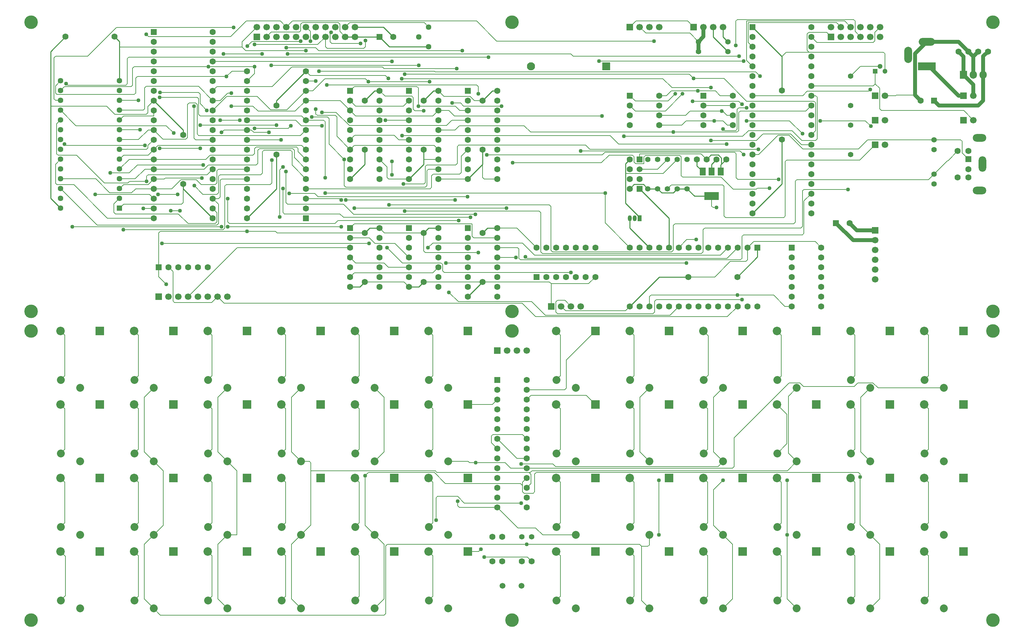
<source format=gbr>
%TF.GenerationSoftware,Novarm,DipTrace,4.3.0.4*%
%TF.CreationDate,2023-07-28T17:07:57+01:00*%
%FSLAX26Y26*%
%MOIN*%
%TF.FileFunction,Copper,L1,Top*%
%TF.Part,Single*%
%TA.AperFunction,Conductor*%
%ADD13C,0.009843*%
%ADD14C,0.007874*%
%ADD15C,0.03937*%
%TA.AperFunction,ComponentPad*%
%ADD20C,0.055118*%
%ADD21C,0.055118*%
%ADD23C,0.08*%
%ADD24R,0.062992X0.062992*%
%ADD25C,0.062992*%
%ADD26C,0.062992*%
%ADD27C,0.06*%
%ADD28C,0.059055*%
%ADD29C,0.137795*%
%ADD30R,0.051181X0.051181*%
%ADD31C,0.051181*%
%ADD32R,0.066929X0.066929*%
%ADD33C,0.066929*%
%ADD34R,0.056693X0.056693*%
%ADD35C,0.056693*%
%ADD36O,0.137795X0.07874*%
%ADD37O,0.07874X0.15748*%
%ADD38C,0.066929*%
%ADD39R,0.181102X0.07874*%
%ADD40O,0.165354X0.07874*%
%ADD41O,0.07874X0.165354*%
%ADD42R,0.075X0.07874*%
%ADD43O,0.075X0.07874*%
%ADD44R,0.041339X0.059055*%
%ADD45O,0.041339X0.059055*%
%ADD46R,0.082677X0.082677*%
%ADD47C,0.082677*%
%ADD48C,0.056693*%
%ADD49R,0.059055X0.07874*%
%ADD50R,0.149606X0.07874*%
%TA.AperFunction,ComponentPad*%
%ADD51R,0.086614X0.086614*%
%ADD52C,0.086614*%
%TA.AperFunction,ViaPad*%
%ADD53C,0.04*%
%TA.AperFunction,ComponentPad*%
%ADD122C,0.03937*%
G75*
G01*
%LPD*%
X7427953Y4819685D2*
D13*
X7251969D1*
X7177953Y4893701D1*
X7427953Y5067717D2*
Y5143701D1*
X7477953Y5193701D1*
X6777953Y4893701D2*
X6733661Y4937992D1*
X6637992D1*
X6593701Y4893701D1*
X6877953D2*
X6777953D1*
X7077953D2*
X7037598Y4853346D1*
X6918307D1*
X6877953Y4893701D1*
X7177953D2*
X7077953D1*
X7427953Y4819685D2*
D14*
Y4717004D1*
X7443701Y4701256D1*
X7477953D1*
X7293701Y6293701D2*
D15*
Y6393701D1*
X4644094Y5893504D2*
D13*
X4593504D1*
X4493701Y5793701D1*
X793701Y4694094D2*
X693701Y4794094D1*
Y5734252D1*
Y6293307D1*
X844488Y6444094D1*
X8693701Y4543701D2*
D15*
X8868701Y4368701D1*
X9093701D1*
X2993504Y5243701D2*
D13*
Y4893504D1*
X2693701Y4593701D1*
X5244094Y5893504D2*
X5193504D1*
X5093701Y5793701D1*
X4643307Y4493504D2*
X4543504D1*
X4493701Y4443701D1*
X4543701Y6343701D2*
X4143701D1*
X4043701Y6443701D1*
X9693701Y5793701D2*
D15*
X9743701Y5743701D1*
X10143701D1*
X10193701Y5793701D1*
Y6056496D1*
X7277953Y5193701D2*
D13*
Y5127165D1*
X7337402Y5067717D1*
X2043504Y5442913D2*
Y5493701D1*
X1743504Y5793701D1*
X4043701Y5893701D2*
X3993701D1*
X3893701Y5793701D1*
X4043701Y4493701D2*
X3943701D1*
X3893701Y4443701D1*
X5243307Y4493504D2*
X5143504D1*
X5093701Y4443701D1*
X7188976Y3993701D2*
X6893701D1*
X6593701Y3693701D1*
X8143701Y5394488D2*
Y4943701D1*
X7843504Y4643504D1*
X7293701Y6393701D2*
D15*
X7344094Y6444094D1*
Y6543701D1*
X4043701Y6443701D2*
D13*
X3693701D1*
X10193701Y6056496D2*
D15*
Y6245276D1*
X10242126Y6293701D1*
X7188976Y3993701D2*
D14*
X7458224D1*
X7616689Y4152165D1*
X7777953D1*
X7793701Y4167913D1*
Y4293701D1*
X4043701Y4493701D2*
X4093701Y4443701D1*
X4493701D1*
X4043701Y5893701D2*
X4098425Y5838976D1*
X4371654D1*
X4387402Y5823228D1*
Y5704685D1*
X4403150Y5688937D1*
X4493701D1*
X5643701Y4293701D2*
X5443898Y4493504D1*
X5243307D1*
X1743504Y5793701D2*
X1682480Y5732677D1*
Y5668504D1*
X1666732Y5652756D1*
X1346157D1*
X1264661Y5734252D1*
X693701D1*
X4644094Y5893504D2*
X4700787Y5836811D1*
X4965846D1*
X5008957Y5793701D1*
X5093701D1*
X9143701Y6143701D2*
X8943701D1*
X8843701Y6043701D1*
X7293701Y6393701D2*
X7204728Y6482673D1*
X6754728D1*
X6693701Y6543701D1*
X3893701Y4443701D2*
X2999751D1*
X2984004Y4459449D1*
X2693705D1*
X5893701Y3693701D2*
X5938980Y3648421D1*
X6548421D1*
X6593701Y3693701D1*
X3693701Y6443701D2*
X3638976Y6498425D1*
Y6573228D1*
X3623228Y6588976D1*
X3256693D1*
X3240945Y6573228D1*
Y6506693D1*
X3225197Y6490945D1*
X2940945D1*
X2893701Y6443701D1*
X2216886Y5541260D2*
X2993508D1*
X7644094Y5843307D2*
X7514593D1*
X7465382Y5892520D1*
X7284720D1*
X7793701Y4293701D2*
X7854728Y4354728D1*
X8482673D1*
X8543701Y4293701D1*
X4493701Y4443701D2*
Y4258787D1*
X4509449Y4243039D1*
X5049921D1*
X1793701Y4093701D2*
Y3996738D1*
X1870193Y3920244D1*
X2693705Y4459449D2*
X1809449D1*
X1793701Y4443701D1*
Y4093701D1*
X7284720Y5892520D2*
X7015634D1*
X6966421Y5843307D1*
X6894094D1*
X9943701Y6293701D2*
D15*
X9993701Y6243701D1*
Y6056496D1*
X10093701Y5956496D1*
Y5843701D1*
X1666413Y6468819D2*
D14*
X1690155Y6445079D1*
X2526276D1*
X2685921Y6604724D1*
X3032677D1*
X3093701Y6543701D1*
X1393701Y5594094D2*
X1436614Y5637008D1*
X1743504D1*
Y5693701D1*
X3093701Y6543701D2*
X3154724Y6604724D1*
X5031823D1*
X5236154Y6400394D1*
X6838980D1*
X2914937Y5468819D2*
X2761892D1*
X2737010Y5493701D1*
X2693701D1*
X1802874Y5304567D2*
X2216890D1*
X1743504Y4693701D2*
X1636886D1*
X5018110Y4632445D2*
X3780268D1*
X3675705Y4737008D1*
X3105669D1*
X3089921Y4752756D1*
Y5068819D1*
X2693701Y5493701D2*
X2459252D1*
X2434370Y5468819D1*
X833457Y5350394D2*
X846841Y5337008D1*
X1652394D1*
X1743504Y4593701D2*
X1268622D1*
X928071Y4934252D1*
X757677D1*
X741929Y4950000D1*
Y5142323D1*
X793701Y5194094D1*
X3293701Y4893701D2*
X4558214D1*
X4573962Y4909449D1*
Y5025982D1*
X4589713Y5041732D1*
X4860954D1*
X4876702Y5057480D1*
Y5226112D1*
X4944094Y5293504D1*
X2343504Y4693701D2*
X2386811Y4650394D1*
Y4554252D1*
X2371063Y4538504D1*
X2091772D1*
X1993268Y4637008D1*
X1353543D1*
X1337795Y4652756D1*
Y4738189D1*
X1393701Y4794094D1*
X2693701Y4993701D2*
X2434056D1*
X2418307Y4977953D1*
Y4809449D1*
X2402559Y4793701D1*
X2343504D1*
X2497992D2*
Y4554567D1*
X2513740Y4538819D1*
X3590508D1*
X3620512Y4568823D1*
X4850843D1*
X2343504Y4793701D2*
X2402559Y4734646D1*
Y4538504D1*
X2386811Y4522756D1*
X1165039D1*
X793701Y4894094D1*
X3700945Y4780000D2*
X4813858D1*
X911980Y4507008D2*
X2434370D1*
X2497992D2*
X3653071D1*
Y4780000D2*
X3647016Y4793701D1*
X3293701D1*
X3653071Y4780000D2*
X3647016Y4786055D1*
Y4793701D1*
X3457319Y5673071D2*
X3601223D1*
X3735319Y5538976D1*
X4725492D1*
X4780020Y5593504D1*
X4944094D1*
X2693701Y5593701D2*
X3188587D1*
X3245280Y5537008D1*
X3457319D1*
X3489130Y5005197D2*
Y5577949D1*
X3473378Y5593701D1*
X3293701D1*
X3489130Y4850394D2*
X6343071D1*
X7752634Y6196850D2*
X6279449D1*
X1603114Y5494094D2*
X1393701D1*
X3293701Y5593701D2*
X3250394Y5637008D1*
X2216571D1*
X2200823Y5652756D1*
Y5810748D1*
X2185075Y5826496D1*
X1802874D1*
X6343071Y4850394D2*
Y4544331D1*
X6593701Y4293701D1*
X3105988Y6268819D2*
X5993357D1*
X6017453Y6244724D1*
X7705839D1*
X3293701Y5493701D2*
X3237008Y5437008D1*
X2200823D1*
X2185075Y5452756D1*
Y5753071D1*
X2169327Y5768819D1*
X2102563D1*
X2086815Y5753071D1*
Y5415354D1*
X2071067Y5399606D1*
X1837598D1*
X1743504Y5493701D1*
X1684728D1*
X1585122Y5394094D1*
X1393701D1*
X2946748Y5184642D2*
Y4952756D1*
X2931000Y4937008D1*
X2481930D1*
X2466181Y4921260D1*
Y4490945D1*
X2450433Y4475197D1*
X1433858D1*
X1393701Y5294094D2*
X1668457D1*
X1684205Y5309843D1*
Y5334402D1*
X1743504Y5393701D1*
X3425508Y6093697D2*
X4601941D1*
X4608827Y6086811D1*
X7875311D1*
X7918622Y6043500D1*
X3293701Y5293701D2*
X3250394Y5337008D1*
X1786811D1*
X1743504Y5293701D1*
X1686811Y5237008D1*
X1436614D1*
X1393701Y5194094D1*
X3293701Y5193701D2*
X3213780Y5273622D1*
Y5302756D1*
X3198031Y5318504D1*
X2785882D1*
X2770134Y5302756D1*
Y5252756D1*
X2754386Y5237008D1*
X2316390D1*
X2273083Y5193701D1*
X1743504D1*
X1493307D1*
X1393701Y5094094D1*
X3293701Y5093701D2*
X3175409Y5211992D1*
Y5287008D1*
X3159661Y5302756D1*
X2818395D1*
X2802644Y5287007D1*
Y5152756D1*
X2786896Y5137008D1*
X2300647D1*
X2257339Y5093701D1*
X1743504D1*
X1651371D1*
X1551765Y4994094D1*
X1393701D1*
X2233780Y5001969D2*
X1858673D1*
X1850406Y4993701D1*
X1743504D1*
X2154724Y4926496D2*
X2244213Y4837008D1*
X2386811D1*
X2402559Y4852756D1*
Y5021260D1*
X2418307Y5037008D1*
X2833315D1*
X2849063Y5052756D1*
Y5271256D1*
X2864815Y5287008D1*
X3137794D1*
X3153543Y5271260D1*
Y5133858D1*
X3293701Y4993701D1*
X1743504D2*
X1686811Y4937008D1*
X1436614D1*
X1393701Y4894094D1*
X2693701Y5093701D2*
X2402564D1*
X2386811Y5077949D1*
Y4952756D1*
X2371063Y4937008D1*
X2226575D1*
X2177362Y4986220D1*
X2018760D1*
X1926240Y4893701D1*
X1743504D1*
X4938425Y4811811D2*
X3416063D1*
X3381386Y4846488D1*
X3121732D1*
X1743504Y4893701D2*
X1558913D1*
X1517969Y4852756D1*
X1292995D1*
X1151657Y4994094D1*
X793701D1*
X1785488Y4837008D2*
X1986854D1*
X4970236Y4600634D2*
X3674980D1*
X3638606Y4637008D1*
X3073858D1*
X3058110Y4652756D1*
Y4894362D1*
X1743504Y4793701D2*
X1700197Y4837008D1*
X1145906D1*
X6593701Y4593701D2*
D13*
Y4493701D1*
X6793701Y4293701D1*
X6693701Y4893701D2*
X6993701Y4593701D1*
Y4293701D1*
X5432362Y4193504D2*
D14*
X5243307D1*
X5528791Y4199724D2*
X5544854Y4183661D1*
X7583661D1*
X7693701Y4293701D1*
X3743701Y5793701D2*
X3800394Y5737008D1*
X4287598D1*
X4344094Y5793504D1*
Y5593504D2*
X4103075Y5593500D1*
X3743701Y5393701D2*
X3788976Y5438976D1*
X4192917D1*
X4238390Y5393504D1*
X4344094D1*
X5243307Y4393504D2*
X5002362D1*
X4986614Y4409252D1*
Y4537012D1*
X3787012D1*
X3743701Y4493701D1*
X4841043Y1706402D2*
Y1659055D1*
X4856791Y1643307D1*
X5243701D1*
X5454168Y1432840D1*
X5634052D1*
X5705869Y1361024D1*
X6043701D1*
X1743701Y2861024D2*
X1646669Y2763992D1*
Y2208055D1*
X1743701Y2111024D1*
X5543705Y1264177D2*
X6692732D1*
X6712417Y1244492D1*
Y692307D1*
X6793701Y611024D1*
Y2111024D2*
X6696669Y2208055D1*
Y2763992D1*
X6793701Y2861024D1*
X6891043Y1361024D2*
Y1920000D1*
X6793701Y1361024D2*
Y1260244D1*
X6777949Y1244492D1*
X6712417D1*
X1743701Y611024D2*
X1811260Y543465D1*
X4090728D1*
X4106476Y559213D1*
Y1248429D1*
X4122224Y1264177D1*
X5543705D1*
X1743701Y1361024D2*
X1646669Y1263992D1*
Y708055D1*
X1743701Y611024D1*
Y2111024D2*
X1840728Y2013996D1*
Y1458051D1*
X1743701Y1361024D1*
X5486146Y1686614D2*
X4906528D1*
X4839181Y1753961D1*
X4634567D1*
X4618819Y1738213D1*
Y1512028D1*
X5486146Y2086614D2*
X5809386D1*
X5836945Y2059055D1*
X7491732D1*
X7543701Y2111024D1*
X2493701Y2861024D2*
X2396669Y2763992D1*
Y2208055D1*
X2493701Y2111024D1*
X7543701Y611024D2*
X7640728Y708051D1*
Y1263996D1*
X7543701Y1361024D1*
Y2111024D2*
X7446669Y2208055D1*
Y2763992D1*
X7543701Y2861024D1*
X2493701Y1361024D2*
X2396669Y1263992D1*
Y708055D1*
X2493701Y611024D1*
Y2111024D2*
X2590728Y2013996D1*
Y1361024D1*
X2493701D1*
X7543701D2*
X7446669Y1458055D1*
Y1822970D1*
X7543701Y1920000D1*
X8293701Y2861024D2*
X8209449Y2776772D1*
Y2195276D1*
X8293701Y2111024D1*
X8198425Y2015748D1*
X5594886D1*
X5579138Y2000000D1*
X5567327D1*
X4625594D1*
X4611413Y2014181D1*
X3344665D1*
Y1461988D1*
X3243701Y1361024D1*
X3344665Y2014181D2*
Y2095277D1*
X3328919Y2111024D1*
X3243701D1*
X8196354Y1920000D2*
Y1361024D1*
X3243701D2*
X3146669Y1263992D1*
Y708055D1*
X3243701Y611024D1*
X5567327Y2000000D2*
X5587012Y1980315D1*
Y1886618D1*
X5543701Y1843307D1*
X3243701Y2111024D2*
X3146669Y2208055D1*
Y2763992D1*
X3243701Y2861024D1*
X8196354Y1361024D2*
Y708370D1*
X8293701Y611024D1*
X3993701D2*
X4090728Y708051D1*
Y1263996D1*
X3993701Y1361024D1*
X3896669Y1966622D2*
X3928480Y1998433D1*
X4602756D1*
X4714575Y1886614D1*
X5480709D1*
X5500394Y1866929D1*
Y1802362D1*
X5516142Y1786614D1*
X5608648D1*
X5624396Y1802362D1*
Y1982680D1*
X5640146Y1998429D1*
X8922736D1*
X8938484Y1982681D1*
Y1950555D1*
X9043701Y2111024D2*
X8946669Y2208055D1*
Y2763992D1*
X9043701Y2861024D1*
X3993701Y2111024D2*
X4090728Y2208051D1*
Y2763996D1*
X3993701Y2861024D1*
X9043701Y1361024D2*
X9140728Y1263996D1*
Y708051D1*
X9043701Y611024D1*
X8938484Y1950555D2*
Y1466240D1*
X9043701Y1361024D1*
X5500394Y1866929D2*
Y1900000D1*
X5543701Y1943307D1*
X3993701Y1361024D2*
X3896669Y1458055D1*
Y1966622D1*
X4743701Y2111024D2*
X4947175D1*
X4958197Y2100000D1*
X5023264D1*
X5543701Y2043307D2*
X7639499D1*
X7655247Y2059055D1*
Y2353358D1*
X8214727Y2912839D1*
X8327161D1*
X8363858Y2876142D1*
X8880311D1*
X8917008Y2912839D1*
X9069604D1*
X9121419Y2861024D1*
X9793701D1*
X5023264Y2100000D2*
X5324173D1*
X5380866Y2043307D1*
X5543701D1*
X6532673Y5427559D2*
X7743524D1*
X7802776Y5486811D1*
X8245720D1*
X8345720Y5386811D1*
X8486811D1*
X8502559Y5402559D1*
Y5827756D1*
X8486811Y5843504D1*
X8443504D1*
X2531457Y5868819D2*
X2495395D1*
X2420276Y5793701D1*
X2343504D1*
X6311260Y5636811D2*
X4807252D1*
X4750559Y5693504D1*
X4644094D1*
X2343504Y5793701D2*
X2198228Y5938976D1*
X1666732D1*
X1650984Y5923228D1*
Y5709843D1*
X1635236Y5694094D1*
X1393701D1*
X3293701Y5793701D2*
X3184642Y5684642D1*
X2805706D1*
X2753339Y5737008D1*
X2531457D1*
X3743701Y5693701D2*
X3643701Y5793701D1*
X3293701D1*
X4644094Y5693504D2*
X4587598Y5637008D1*
X3800394D1*
X3743701Y5693701D1*
X4644094Y5493504D2*
X4813087D1*
X4856395Y5536811D1*
X5517768D1*
X5583516Y5471063D1*
X7037008D1*
X4552756Y5984567D2*
X3930319D1*
X3338976Y6400327D2*
Y6498425D1*
X3293701Y6543701D1*
X1587051Y5794094D2*
X1393701D1*
X2284130Y5693701D2*
X2216571Y5761260D1*
Y5858622D1*
X2200823Y5874370D1*
X1804843D1*
X7037008Y5471063D2*
X7687402D1*
X7703150Y5486811D1*
Y5671063D1*
X7718898Y5686811D1*
X8386811D1*
X8443504Y5743504D1*
X3293701Y5893701D2*
X3100390Y5700390D1*
X2934449D1*
X2797831Y5837008D1*
X2486811D1*
X2343504Y5693701D1*
X3930319Y5984567D2*
X3898508Y6016378D1*
X3486848D1*
X3364169Y5893701D1*
X3293701D1*
X7093701Y3693701D2*
X7003228Y3603228D1*
X5732677D1*
X5593780Y3742126D1*
X4845236D1*
X4750236Y3837126D1*
X4644094Y5293504D2*
X4600591Y5337008D1*
X3787008D1*
X3743701Y5293701D1*
X3293701Y5993701D2*
X3393697D1*
X2768823Y5509449D2*
X3111416D1*
X3138976Y5537008D1*
X2420276Y5593701D2*
X2618583D1*
X3743701Y5293701D2*
X3608874Y5428528D1*
Y5625512D1*
X3593126Y5641260D1*
X3409445D1*
X3393697Y5657008D1*
Y5705197D1*
X2693701Y6093701D2*
X2538622D1*
X2483898Y6038976D1*
X7233071Y5786614D2*
X7703346D1*
X7734961Y5755000D1*
X4644094Y5093504D2*
X4541933D1*
X4526181Y5077752D1*
Y4925197D1*
X4510433Y4909449D1*
X3700080D1*
X3684331Y4925197D1*
Y5193701D1*
X2483898Y6038976D2*
X1574776D1*
X1559028Y6023228D1*
Y5869685D1*
X1543280Y5853937D1*
X757677D1*
X741929Y5869685D1*
Y5942323D1*
X793701Y5994094D1*
X7170394Y4136102D2*
X4718425Y4136811D1*
X3684331Y5193701D2*
X3528739Y5349293D1*
Y5609761D1*
X3512988Y5625512D1*
X3353075D1*
X3240945Y6398736D2*
X3238664Y6396457D1*
X2743705D1*
X2695748Y6348500D1*
X4301102Y6061886D2*
X7199453D1*
X7241575Y6019764D1*
X2693701Y5993701D2*
X2768823Y6068823D1*
Y6138972D1*
Y6364252D2*
X3414252D1*
X3493701Y6443701D1*
X2153264Y5737008D2*
Y5409449D1*
X2169010Y5393701D1*
X2343504D1*
X7241575Y6019764D2*
X7551492D1*
X7784445Y5786811D1*
X8471063D1*
X8486811Y5771063D1*
Y5486811D1*
X8443504Y5443504D1*
X2300197Y6138976D2*
X1543280D1*
X1527531Y6123228D1*
Y5950000D1*
X1511783Y5934252D1*
X833858D1*
X793701Y5894094D1*
X2768823Y6138972D2*
X2300197Y6138976D1*
X3493701Y6443701D2*
Y6342720D1*
X3509449Y6326972D1*
X3883354D1*
X3899102Y6342720D1*
Y6406657D1*
X2554965Y6538976D2*
X1362424D1*
X1069314Y6245865D1*
X741932D1*
X726181Y6230114D1*
Y5809843D1*
X741929Y5794094D1*
X793701D1*
X7419685Y5386811D2*
X7881728D1*
X7948461Y5453543D1*
X8233280D1*
X8343319Y5343504D1*
X8443504D1*
X4269291Y6016378D2*
X6930613D1*
X7022661Y5924331D1*
X7419685D1*
X3548425Y6488976D2*
X3538976Y6479528D1*
Y6390594D1*
X3554724Y6374846D1*
X3851228D1*
X4272677Y5436811D2*
X6392150D1*
X6481087Y5347874D1*
X7580945D1*
X1947248Y5460906D2*
X1871146Y5537008D1*
X950787D1*
X793701Y5694094D1*
X7782835Y5586811D2*
X8220823D1*
X8352634Y5455000D1*
X7542039Y5502874D2*
X7558102Y5486811D1*
X7671654D1*
X7687402Y5502559D1*
Y5702874D1*
X7703150Y5718622D1*
X7782835D1*
X2452087Y6268819D2*
X2846724D1*
X2343504Y5093701D2*
X2286811Y5037008D1*
X1684764D1*
X1669016Y5021260D1*
Y4968819D1*
X1825512Y4337012D2*
X3937008D1*
X4285035Y4941260D2*
X4494685D1*
X4510433Y4957008D1*
Y5121063D1*
X4526181Y5136811D1*
X4819043D1*
X4834791Y5152559D1*
Y5323028D1*
X4850543Y5338780D1*
X6143348D1*
X6186063Y5296063D1*
X7902559D1*
X1669016Y4968819D2*
X1497240D1*
X1481177Y4952756D1*
X1238075D1*
X956579Y5234252D1*
X769291D1*
X753543Y5250000D1*
Y5553937D1*
X793701Y5594094D1*
X10143701Y6293701D2*
D15*
X10093701Y6243701D1*
Y6242126D1*
X10042126Y6293701D1*
X3743701Y3893701D2*
D13*
X3843701D1*
X3893701Y3943701D1*
X4181496Y6443701D2*
X4081496Y6543701D1*
X3793701D1*
X9093701Y4468701D2*
D15*
X8906496D1*
X8831496Y4543701D1*
X2043504Y4942913D2*
D13*
Y4893701D1*
X2343504Y4593701D1*
X7893701Y4293701D2*
Y4198425D1*
X7688976Y3993701D1*
X4944094Y4993504D2*
X5093701Y5143110D1*
Y5293701D1*
X7376378Y5193701D2*
X7420669Y5237992D1*
X7496299D1*
X7527165Y5207126D1*
Y5144488D1*
X7576378Y5193701D1*
X7843504Y6543504D2*
X8143701Y6243307D1*
Y5894488D1*
X4943307Y3793504D2*
X5092520Y3942717D1*
X5093701Y3943701D1*
X4343307Y3893504D2*
X4443504D1*
X4493701Y3943701D1*
X10093701Y6242126D2*
D15*
Y6056496D1*
X4344094Y4993504D2*
D13*
X4493701Y5143110D1*
Y5193504D1*
Y5293701D1*
X7518504Y5067717D2*
Y5135827D1*
X7527165Y5144488D1*
X1393701Y5994094D2*
Y6338978D1*
Y6394882D1*
X1344488Y6444094D1*
X3743701Y4993701D2*
X3893701Y5143701D1*
Y5293701D1*
X2993504Y5743701D2*
Y5793504D1*
X3293701Y6093701D1*
X9619291Y6391732D2*
D15*
X9501181Y6273622D1*
Y5848425D1*
X9555906Y5793701D1*
X10042126Y6293701D2*
X9944094Y6391732D1*
X9619291D1*
X9193701Y6093701D2*
D14*
Y6271059D1*
X9177949Y6286811D1*
X8419878D1*
X8400193Y6306496D1*
Y6473031D1*
X8415941Y6488780D1*
X8598425D1*
X8643701Y6443504D1*
X1393701Y4694094D2*
X1436614Y4737008D1*
X2027756D1*
X2043504Y4752756D1*
Y4893701D1*
X6793701Y3693701D2*
Y3793761D1*
X6809449Y3809508D1*
X7688976D1*
X3293701Y6093701D2*
X3337280Y6050122D1*
X4101811D1*
X4133622Y6018311D1*
X4344094Y4993504D2*
X4136224D1*
X4120476Y5009252D1*
Y5116925D1*
X4043701Y5193701D1*
X3893701Y3943701D2*
X4293110D1*
X4343307Y3893504D1*
X6243701Y3993701D2*
X6174016Y3924016D1*
X5793705D1*
Y3817406D1*
X5793701Y3817402D1*
Y3693701D1*
X6693701Y5193701D2*
Y5248819D1*
X7321260D1*
X7376378Y5193701D1*
X8143701Y6243307D2*
X8187205Y6286811D1*
X8419878D1*
X7093701Y4293701D2*
X7174146Y4374146D1*
X7270787D1*
X9193701Y5843701D2*
X9302425D1*
X9307150Y5848425D1*
X9501181D1*
X4493701Y3943701D2*
X5093701D1*
X7244094Y6543701D2*
X7183071Y6604724D1*
X6654724D1*
X6593701Y6543701D1*
X2793701D2*
X2642209Y6392209D1*
Y6338978D1*
X2680555Y6300630D1*
X3293701D1*
X4644094Y5193504D2*
X4493701D1*
X7344094Y5743307D2*
X7644094D1*
X4644094Y4993504D2*
X4944094D1*
X5093701Y5143110D2*
Y5009251D1*
X5109448Y4993504D1*
X5244094D1*
X1393701Y6338978D2*
X2642209D1*
X7688976Y3809508D2*
X8058736D1*
X8174543Y3693701D1*
X8243701D1*
X5093701Y3943701D2*
X5774018D1*
X5793705Y3924016D1*
X7444094Y6543701D2*
D13*
Y6443307D1*
X7593701Y6293701D1*
X6894094Y5643307D2*
D14*
X7164587D1*
X7207894Y5686614D1*
X7530228D1*
X7541319D1*
X7584626Y5643307D1*
X7644094D1*
X7544094Y6543701D2*
D13*
Y6443307D1*
X7593701Y6393701D1*
X6894094Y5543307D2*
D14*
X7123772D1*
X7167079Y5586614D1*
X7451496D1*
X7541727D1*
X7585034Y5543307D1*
X7644094D1*
X5286079Y5736811D2*
X4900941D1*
X4869130Y5768622D1*
X4782047D1*
X3093701Y6332441D2*
X3391575D1*
X3423386Y6300630D1*
X4885035D1*
X9048421Y5532358D2*
X8993969Y5586811D1*
X8534370D1*
X1915437Y4668819D2*
X2010709D1*
X1543701Y1943307D2*
X1587008Y1900000D1*
Y1483858D1*
X1546850Y1443701D1*
X1543701Y1193307D2*
X1587008Y1150000D1*
Y733858D1*
X1546850Y693701D1*
X2293701Y3443307D2*
X2337008Y3400000D1*
Y2983858D1*
X2296850Y2943701D1*
X2293701Y2693307D2*
X2337008Y2650000D1*
Y2233858D1*
X2296850Y2193701D1*
X2293701Y1943307D2*
X2337008Y1900000D1*
Y1483858D1*
X2296850Y1443701D1*
X2293701Y1193307D2*
X2337008Y1150000D1*
Y733858D1*
X2296850Y693701D1*
X3043701Y3443307D2*
X3087008Y3400000D1*
Y2983858D1*
X3046850Y2943701D1*
X3043701Y2693307D2*
X3087008Y2650000D1*
Y2233858D1*
X3046850Y2193701D1*
X3043701Y1943307D2*
X3087008Y1900000D1*
Y1483858D1*
X3046850Y1443701D1*
X3043701Y1193307D2*
X3087008Y1150000D1*
Y733858D1*
X3046850Y693701D1*
X3793701Y3443307D2*
X3837008Y3400000D1*
Y2983858D1*
X3796850Y2943701D1*
X3793701Y2693307D2*
X3837008Y2650000D1*
Y2233858D1*
X3796850Y2193701D1*
X3793701Y1943307D2*
X3837008Y1900000D1*
Y1483858D1*
X3796850Y1443701D1*
X3793701Y1193307D2*
X3837008Y1150000D1*
Y733858D1*
X3796850Y693701D1*
X4543701Y3443307D2*
X4587008Y3400000D1*
Y2983858D1*
X4546850Y2943701D1*
X4543701Y2693307D2*
X4587008Y2650000D1*
Y2233858D1*
X4546850Y2193701D1*
X4543701Y1943307D2*
X4587008Y1900000D1*
Y1483858D1*
X4546850Y1443701D1*
X4543701Y1193307D2*
X4587008Y1150000D1*
Y733858D1*
X4546850Y693701D1*
X5843701Y3443307D2*
X5887008Y3400000D1*
Y2983858D1*
X5846850Y2943701D1*
X5843701Y2693307D2*
X5887008Y2650000D1*
Y2233858D1*
X5846850Y2193701D1*
X5843701Y1943307D2*
X5887008Y1900000D1*
Y1483858D1*
X5846850Y1443701D1*
X5843701Y1193307D2*
X5887008Y1150000D1*
Y733858D1*
X5846850Y693701D1*
X6593701Y3443307D2*
X6637008Y3400000D1*
Y2983858D1*
X6596850Y2943701D1*
X6593701Y2693307D2*
X6637008Y2650000D1*
Y2233858D1*
X6596850Y2193701D1*
X6593701Y1943307D2*
X6637008Y1900000D1*
Y1483858D1*
X6596850Y1443701D1*
X6593701Y1193307D2*
X6637008Y1150000D1*
Y733858D1*
X6596850Y693701D1*
X7343701Y3443307D2*
X7393701Y3393307D1*
Y2990551D1*
X7346850Y2943701D1*
X7343701Y2693307D2*
X7387008Y2650000D1*
Y2233858D1*
X7346850Y2193701D1*
X7343701Y1943307D2*
X7387008Y1900000D1*
Y1483858D1*
X7346850Y1443701D1*
X7343701Y1193307D2*
X7387008Y1150000D1*
Y733858D1*
X7346850Y693701D1*
X793701Y3443307D2*
X837008Y3400000D1*
Y2983858D1*
X796850Y2943701D1*
X8096850D2*
X8136850Y2983701D1*
Y3400157D1*
X8093701Y3443307D1*
X8096850Y2193701D2*
X8193701Y2290551D1*
Y2593307D1*
X8093701Y2693307D1*
X8096850Y1443701D2*
X8136850Y1483701D1*
Y1900157D1*
X8093701Y1943307D1*
X8096850Y693701D2*
X8136850Y733701D1*
Y1150157D1*
X8093701Y1193307D1*
X8843701Y3443307D2*
X8887008Y3400000D1*
Y2983858D1*
X8846850Y2943701D1*
X8843701Y2693307D2*
X8887008Y2650000D1*
Y2233858D1*
X8846850Y2193701D1*
X8843701Y1943307D2*
X8887008Y1900000D1*
Y1483858D1*
X8846850Y1443701D1*
X8843701Y1193307D2*
X8887008Y1150000D1*
Y733858D1*
X8846850Y693701D1*
X9593701Y3443307D2*
X9637008Y3400000D1*
Y2983858D1*
X9596850Y2943701D1*
X9593701Y2693307D2*
X9637008Y2650000D1*
Y2233858D1*
X9596850Y2193701D1*
X793701Y2693307D2*
X837008Y2650000D1*
Y2233858D1*
X796850Y2193701D1*
X9593701Y1943307D2*
X9637008Y1900000D1*
Y1483858D1*
X9596850Y1443701D1*
X9593701Y1193307D2*
X9637008Y1150000D1*
Y733858D1*
X9596850Y693701D1*
X793701Y1943307D2*
X837008Y1900000D1*
Y1483858D1*
X796850Y1443701D1*
X793701Y1193307D2*
X843701Y1143307D1*
Y740551D1*
X796850Y693701D1*
X1543701Y3443307D2*
X1587008Y3400000D1*
Y2983858D1*
X1546850Y2943701D1*
X1543701Y2693307D2*
X1587008Y2650000D1*
Y2233858D1*
X1546850Y2193701D1*
X9993701Y5843701D2*
D15*
X9943701D1*
X9643701Y6143701D1*
X9619291D1*
X9093701Y5343701D2*
D14*
X8936811Y5186811D1*
X8193323D1*
X8177575Y5171063D1*
Y4615941D1*
X8161827Y4600193D1*
X7569827D1*
X7554079Y4615941D1*
Y4917323D1*
X7538331Y4933071D1*
X7017323D1*
X6977953Y4893701D1*
X9143701Y6543504D2*
X9088976Y6488780D1*
Y6402559D1*
X9073228Y6386811D1*
X8500197D1*
X8443504Y6443504D1*
X8743701Y6543504D2*
X8698425Y6588780D1*
X7800193D1*
Y6386815D1*
X7843504Y6343504D1*
X8843701Y6543504D2*
X8782677Y6604528D1*
X7784445D1*
Y6202563D1*
X7843504Y6143504D1*
X7674028Y6355000D2*
Y6604528D1*
X7689776Y6620276D1*
X8873228D1*
X8888976Y6604528D1*
Y6498228D1*
X8943701Y6443504D1*
X9043701Y5905039D2*
X9027638Y5888976D1*
X8400500D1*
X8355028Y5843504D1*
X7843504D1*
X4543701Y6543701D2*
X4498425Y6588976D1*
X3738976D1*
X3693701Y6543701D1*
X2938976Y6152756D2*
X4443701D1*
X5243701Y2243307D2*
X5184646Y2302362D1*
Y2370866D1*
X5200394Y2386614D1*
X5500394D1*
X5543701Y2343307D1*
X5243701D2*
X5443701Y2143307D1*
X5543701D1*
X4140043Y4727878D2*
X5773228D1*
X5788976Y4712130D1*
Y4264173D1*
X5804724Y4248425D1*
X7021260D1*
X7037008Y4264173D1*
Y4519514D1*
X7052756Y4535264D1*
X8264617D1*
X8280369Y4551016D1*
Y4971063D1*
X8296117Y4986811D1*
X9636811D1*
X9693701Y5043701D1*
X9829528Y5179528D1*
X9835039D1*
X9933465Y5277953D1*
X6693701Y4593701D2*
D13*
Y4602559D1*
X6549409Y4746850D1*
Y5050390D1*
Y5149409D1*
X6593701Y5193701D1*
X6549409Y5050390D2*
D14*
X6934642D1*
X7077953Y5193701D1*
X4300000Y4664256D2*
X5671260D1*
X5687008Y4648508D1*
Y4248427D1*
X5702756Y4232677D1*
X7323228D1*
X7338976Y4248425D1*
Y4476765D1*
X7354724Y4492513D1*
X8335982D1*
X8351731Y4508264D1*
Y4871063D1*
X8367480Y4886811D1*
X8816063D1*
X6693701Y5093701D2*
X6877953D1*
X6977953Y5193701D1*
X5592126Y1093307D2*
X5548815Y1136618D1*
X5109370D1*
X4343307Y4193504D2*
X4199799Y4337012D1*
X3997167D1*
X3940476Y4393701D1*
X3743701D1*
X4343307Y4093504D2*
X4131823D1*
X4088315Y4137012D1*
X3800390D1*
X3743701Y4193701D1*
X4643307Y4093504D2*
X4586815Y4037012D1*
X3787012D1*
X3743701Y3993701D1*
X7055906Y5861024D2*
X6983465Y5788583D1*
X6648819D1*
X6594094Y5843307D1*
X7130709Y5861024D2*
X6956299Y5686614D1*
X6650787D1*
X6594094Y5743307D1*
X2343504Y6193701D2*
X4168035Y6193697D1*
Y5037008D2*
Y5170787D1*
X5993701Y3693701D2*
X5932677Y3754724D1*
X5854728D1*
X5838980Y3738976D1*
Y3634724D1*
X5854728Y3618976D1*
X6830906D1*
X6846654Y3634724D1*
Y3745890D1*
X6862402Y3761638D1*
X7737008D1*
X4118823Y4293701D2*
X4275707Y4136815D1*
X4670866D1*
X4686614Y4121067D1*
Y4054728D1*
X4702362Y4038980D1*
X5993701D1*
X7843504Y5243504D2*
X7907087D1*
X8101378Y5437795D1*
X8216181D1*
X8355551Y5298425D1*
X8921340D1*
X9016615Y5393701D1*
X9693701D1*
X7753886Y5243504D2*
X7717075Y5280315D1*
X6093705D1*
X9693701Y5393701D2*
X9962992D1*
X9978740Y5377953D1*
Y5260236D1*
X10043701Y5195276D1*
X849921Y5966063D2*
X865984Y5950000D1*
X1458707D1*
X1474455Y5965748D1*
Y6221260D1*
X1490205Y6237008D1*
X5152756D1*
X4943701Y2693307D2*
X5193701D1*
X5243701Y2743307D1*
X4943701Y1193307D2*
X5054559D1*
X5077559Y1216307D1*
X6243701Y3443307D2*
X5946669Y3146276D1*
Y2859055D1*
X5930921Y2843307D1*
X5543701D1*
X6243701Y2693307D2*
X6150394Y2786614D1*
X5587008D1*
X5543701Y2743307D1*
X2343504Y5893701D2*
X2386811Y5937008D1*
X2950323D1*
X3150323Y6137008D1*
X4072354D1*
X4090740Y6118622D1*
X4829606D1*
X5135685Y5238780D2*
X6314583D1*
X6340370Y5264567D1*
X7661984D1*
X7677732Y5248819D1*
Y5004528D1*
X7693480Y4988780D1*
X8110906D1*
X8443504Y4843504D2*
X8367480Y4767480D1*
Y4439012D1*
X8351731Y4423262D1*
X7752756D1*
X7737008Y4407514D1*
Y4183661D1*
X7721260Y4167913D1*
X5479921D1*
X5464173Y4183661D1*
Y4277756D1*
X5448425Y4293504D1*
X5243307D1*
X1893701Y4093701D2*
X1938386Y4049016D1*
Y3748421D1*
X1954134Y3732673D1*
X2332083D1*
X2393110Y3793701D1*
X2460433Y3726378D1*
X5495671D1*
X5634568Y3587480D1*
X7587480D1*
X7693701Y3693701D1*
X3743701Y4293701D2*
X2593110D1*
X2093110Y3793701D1*
X1300441Y5053937D2*
X1492843D1*
X1575913Y5137008D1*
X2247181D1*
X5050390Y5861689D2*
Y5937008D1*
X5034642Y5952756D1*
X3505193D1*
X3058110Y5116693D2*
X3026299Y5084882D1*
Y4605197D1*
X2693701Y5393701D2*
X3038976D1*
X7593701Y4293701D2*
X7516929Y4216929D1*
X5621531D1*
X5499677Y4338783D1*
X4584882D1*
X4537008Y4290909D1*
X3743701Y5893701D2*
X3787008Y5937008D1*
X4423148D1*
X4438898Y5921260D1*
Y5736811D1*
X9093701Y6093701D2*
Y5963181D1*
X9138976Y5917906D1*
Y5707636D1*
X9154724Y5691888D1*
X9995513D1*
X10093701Y5593701D1*
X8443504Y5943504D2*
X9074024D1*
X9093701Y5963181D1*
X4438898Y5736811D2*
X4815546D1*
X4858854Y5693504D1*
X4944094D1*
X5336142Y4696067D2*
X3787012D1*
X8016280Y4898228D2*
X7893504D1*
X7884055Y4888780D1*
X7646500D1*
X7524654Y5010626D1*
X7133071D1*
X7117323Y5026374D1*
Y5217323D1*
X7101575Y5233071D1*
X6752756D1*
X6737008Y5217323D1*
Y5148429D1*
X6652756D1*
X6637008Y5164177D1*
Y5221260D1*
X6621260Y5237008D1*
X6382185D1*
X6304272Y5159094D1*
X5400551D1*
D53*
X7477953Y4701256D3*
X5049921Y4243039D3*
X2693705Y4459449D3*
X2993508Y5541260D3*
X2216886D3*
X1870193Y3920244D3*
X4493701Y5688937D3*
X7284720Y5892520D3*
X1666413Y6468819D3*
X6838980Y6400394D3*
X2434370Y5468819D3*
X2216890Y5304567D3*
X1802874D3*
X1636886Y4693701D3*
X2914937Y5468819D3*
X3089921Y5068819D3*
X5018110Y4632445D3*
X1652394Y5337008D3*
X833457Y5350394D3*
X4850843Y4568823D3*
X2497992Y4793701D3*
X4813858Y4780000D3*
X3700945D3*
X2434370Y4507008D3*
X911980D3*
X3653071Y4780000D3*
Y4507008D3*
X2497992D3*
X3457319Y5673071D3*
Y5537008D3*
X1802874Y5826496D3*
X6343071Y4850394D3*
X6279449Y6196850D3*
X7752634D3*
X3489130Y5005197D3*
Y4850394D3*
X1603114Y5494094D3*
X7705839Y6244724D3*
X3105988Y6268819D3*
X1433858Y4475197D3*
X2946748Y5184642D3*
X7918622Y6043500D3*
X3425508Y6093697D3*
X2233780Y5001969D3*
X2154724Y4926496D3*
X3121732Y4846488D3*
X4938425Y4811811D3*
X1986854Y4837008D3*
X1785488D3*
X3058110Y4894362D3*
X4970236Y4600634D3*
X1145906Y4837008D3*
X5432362Y4193504D3*
X5528791Y4199724D3*
X4103075Y5593500D3*
X4841043Y1706402D3*
X5543705Y1264177D3*
X6891043Y1920000D3*
Y1361024D3*
X4618819Y1512028D3*
X5486146Y1686614D3*
X7543701Y1920000D3*
X5486146Y2086614D3*
X8196354Y1920000D3*
Y1361024D3*
X8938484Y1950555D3*
X3896669Y1966622D3*
X5023264Y2100000D3*
X2531457Y5737008D3*
Y5868819D3*
X6311260Y5636811D3*
X6532673Y5427559D3*
X7037008Y5471063D3*
X3338976Y6400327D3*
X4552756Y5984567D3*
X3930319D3*
X1587051Y5794094D3*
X1804843Y5874370D3*
X2284130Y5693701D3*
X4750236Y3837126D3*
X3393697Y5993701D3*
X3138976Y5537008D3*
X2768823Y5509449D3*
X2618583Y5593701D3*
X2420276D3*
X3393697Y5705197D3*
X7734961Y5755000D3*
X7233071Y5786614D3*
X4718425Y4136811D3*
X7170394Y4136102D3*
X3353075Y5625512D3*
X3684331Y5193701D3*
X2695748Y6348500D3*
X2483898Y6038976D3*
X3240945Y6398736D3*
X7241575Y6019764D3*
X3899102Y6406657D3*
X2153264Y5737008D3*
X2768823Y6364252D3*
X2300197Y6138976D3*
X4301102Y6061886D3*
X2768823Y6138972D3*
X3851228Y6374846D3*
X3548425Y6488976D3*
X7419685Y5924331D3*
X4269291Y6016378D3*
X7419685Y5386811D3*
X2554965Y6538976D3*
X1947248Y5460906D3*
X8352634Y5455000D3*
X7782835Y5586811D3*
Y5718622D3*
X7542039Y5502874D3*
X7580945Y5347874D3*
X2846724Y6268819D3*
X2452087D3*
X4272677Y5436811D3*
X3937008Y4337012D3*
X1825512D3*
X7902559Y5296063D3*
X1669016Y4968819D3*
X4285035Y4941260D3*
X7270787Y4374146D3*
X3293701Y6300630D3*
X7688976Y3809508D3*
X4133622Y6018311D3*
X7530228Y5686614D3*
X7451496Y5586614D3*
X4782047Y5768622D3*
X5286079Y5736811D3*
X4885035Y6300630D3*
X3093701Y6332441D3*
X8534370Y5586811D3*
X9048421Y5532358D3*
X2010709Y4668819D3*
X1915437D3*
X7674028Y6355000D3*
X9043701Y5905039D3*
X4443701Y6152756D3*
X2938976D3*
X4140043Y4727878D3*
X8816063Y4886811D3*
X4300000Y4664256D3*
X5109370Y1136618D3*
X4168035Y6193697D3*
Y5170787D3*
Y5037008D3*
X7737008Y3761638D3*
X5993701Y4038980D3*
X4118823Y4293701D3*
X6093705Y5280315D3*
X7753886Y5243504D3*
X5152756Y6237008D3*
X849921Y5966063D3*
X5077559Y1216307D3*
X4829606Y6118622D3*
X8110906Y4988780D3*
X5135685Y5238780D3*
X2247181Y5137008D3*
X1300441Y5053937D3*
X3505193Y5952756D3*
X5050390Y5861689D3*
X3026299Y4605197D3*
X3058110Y5116693D3*
X3038976Y5393701D3*
X4537008Y4290909D3*
X4438898Y5736811D3*
X3787012Y4696067D3*
X5336142D3*
X5400551Y5159094D3*
X8016280Y4898228D3*
D20*
X6977953Y4893701D3*
D21*
Y5193701D3*
D23*
X3243701Y1361024D3*
X3046850Y1443701D3*
D24*
X8243701Y4293701D3*
D25*
Y4193701D3*
Y4093701D3*
Y3993701D3*
Y3893701D3*
Y3793701D3*
Y3693701D3*
X8543701D3*
Y3793701D3*
Y3893701D3*
Y3993701D3*
Y4093701D3*
Y4193701D3*
Y4293701D3*
D24*
X3293701Y4593701D3*
D25*
Y4693701D3*
Y4793701D3*
Y4893701D3*
Y4993701D3*
Y5093701D3*
Y5193701D3*
Y5293701D3*
Y5393701D3*
Y5493701D3*
Y5593701D3*
Y5693701D3*
Y5793701D3*
Y5893701D3*
Y5993701D3*
Y6093701D3*
X2693701D3*
Y5993701D3*
Y5893701D3*
Y5793701D3*
Y5693701D3*
Y5593701D3*
Y5493701D3*
Y5393701D3*
Y5293701D3*
Y5193701D3*
Y5093701D3*
Y4993701D3*
Y4893701D3*
Y4793701D3*
Y4693701D3*
Y4593701D3*
D20*
X6877953Y5193701D3*
D21*
Y4893701D3*
D23*
X8293701Y611024D3*
X8096850Y693701D3*
D24*
X6693701Y4893701D3*
D26*
Y4993701D3*
D27*
Y5093701D3*
D24*
Y5193701D3*
D26*
X6593701D3*
Y5093701D3*
Y4993701D3*
Y4893701D3*
D24*
X4344094Y5893504D3*
D25*
Y5793504D3*
Y5693504D3*
Y5593504D3*
Y5493504D3*
Y5393504D3*
Y5293504D3*
Y5193504D3*
Y5093504D3*
Y4993504D3*
X4644094D3*
Y5093504D3*
Y5193504D3*
Y5293504D3*
Y5393504D3*
Y5493504D3*
Y5593504D3*
Y5693504D3*
Y5793504D3*
Y5893504D3*
D24*
X7843504Y6543504D3*
D25*
Y6443504D3*
Y6343504D3*
Y6243504D3*
Y6143504D3*
Y6043504D3*
Y5943504D3*
Y5843504D3*
Y5743504D3*
Y5643504D3*
Y5543504D3*
Y5443504D3*
Y5343504D3*
Y5243504D3*
Y5143504D3*
Y5043504D3*
Y4943504D3*
Y4843504D3*
Y4743504D3*
Y4643504D3*
X8443504D3*
Y4743504D3*
Y4843504D3*
Y4943504D3*
Y5043504D3*
Y5143504D3*
Y5243504D3*
Y5343504D3*
Y5443504D3*
Y5543504D3*
Y5643504D3*
Y5743504D3*
Y5843504D3*
Y5943504D3*
Y6043504D3*
Y6143504D3*
Y6243504D3*
Y6343504D3*
Y6443504D3*
Y6543504D3*
D23*
X3243701Y2111024D3*
X3046850Y2193701D3*
D28*
X5297244Y843307D3*
X5489370D3*
D24*
X9693701Y5793701D3*
D26*
X9555906D3*
D23*
X3993701Y2111024D3*
X3796850Y2193701D3*
X7543701Y2861024D3*
X7346850Y2943701D3*
X9043701Y1361024D3*
X8846850Y1443701D3*
D24*
X4043701Y6443701D3*
D26*
X4181496D3*
D23*
X7543701Y1361024D3*
X7346850Y1443701D3*
D29*
X493701Y3443701D3*
D23*
X4743701Y1361024D3*
X4546850Y1443701D3*
X3243701Y2861024D3*
X3046850Y2943701D3*
X7543701Y2111024D3*
X7346850Y2193701D3*
D29*
X5393701Y3643701D3*
D23*
X9793701Y2111024D3*
X9596850Y2193701D3*
D30*
X9093701Y6093701D3*
D31*
X9143701Y6143701D3*
X9193701Y6093701D3*
D26*
X7277953Y5193701D3*
X7376378D3*
D23*
X6043701Y1361024D3*
X5846850Y1443701D3*
D29*
X493701Y3643701D3*
D23*
X3993701Y1361024D3*
X3796850Y1443701D3*
D26*
X5193701Y1343307D3*
X5292126D3*
D23*
X3993701Y611024D3*
X3796850Y693701D3*
D32*
X7244094Y6543701D3*
D33*
X7344094D3*
X7444094D3*
X7544094D3*
D23*
X1743701Y2861024D3*
X1546850Y2943701D3*
D32*
X2793701Y6443701D3*
D33*
Y6543701D3*
X2893701Y6443701D3*
Y6543701D3*
X2993701Y6443701D3*
Y6543701D3*
X3093701Y6443701D3*
Y6543701D3*
X3193701Y6443701D3*
Y6543701D3*
X3293701Y6443701D3*
Y6543701D3*
X3393701Y6443701D3*
Y6543701D3*
X3493701Y6443701D3*
Y6543701D3*
X3593701Y6443701D3*
Y6543701D3*
X3693701Y6443701D3*
Y6543701D3*
X3793701Y6443701D3*
Y6543701D3*
D32*
X5243701Y3243307D3*
D33*
X5343701D3*
X5443701D3*
X5543701D3*
D23*
X8293701Y1361024D3*
X8096850Y1443701D3*
D24*
X6594094Y5843307D3*
D25*
Y5743307D3*
Y5643307D3*
Y5543307D3*
X6894094D3*
Y5643307D3*
Y5743307D3*
Y5843307D3*
D23*
X9043701Y2861024D3*
X8846850Y2943701D3*
D26*
X3893701Y4443701D3*
Y3943701D3*
D23*
X1743701Y611024D3*
X1546850Y693701D3*
D24*
X1743504Y6493701D3*
D25*
Y6393701D3*
Y6293701D3*
Y6193701D3*
Y6093701D3*
Y5993701D3*
Y5893701D3*
Y5793701D3*
Y5693701D3*
Y5593701D3*
Y5493701D3*
Y5393701D3*
Y5293701D3*
Y5193701D3*
Y5093701D3*
Y4993701D3*
Y4893701D3*
Y4793701D3*
Y4693701D3*
Y4593701D3*
X2343504D3*
Y4693701D3*
Y4793701D3*
Y4893701D3*
Y4993701D3*
Y5093701D3*
Y5193701D3*
Y5293701D3*
Y5393701D3*
Y5493701D3*
Y5593701D3*
Y5693701D3*
Y5793701D3*
Y5893701D3*
Y5993701D3*
Y6093701D3*
Y6193701D3*
Y6293701D3*
Y6393701D3*
Y6493701D3*
D23*
X6043701Y2861024D3*
X5846850Y2943701D3*
X6793701Y2861024D3*
X6596850Y2943701D3*
D24*
X8693701Y4543701D3*
D26*
X8831496D3*
D20*
X7593701Y6393701D3*
D21*
X7293701D3*
D26*
X7188976Y3993701D3*
X7688976D3*
D24*
X5243701Y2943307D3*
D25*
Y2843307D3*
Y2743307D3*
Y2643307D3*
Y2543307D3*
Y2443307D3*
Y2343307D3*
Y2243307D3*
Y2143307D3*
Y2043307D3*
Y1943307D3*
Y1843307D3*
Y1743307D3*
Y1643307D3*
X5543701D3*
Y1743307D3*
Y1843307D3*
Y1943307D3*
Y2043307D3*
Y2143307D3*
Y2243307D3*
Y2343307D3*
Y2443307D3*
Y2543307D3*
Y2643307D3*
Y2743307D3*
Y2843307D3*
Y2943307D3*
D20*
X7077953Y5193701D3*
D21*
Y4893701D3*
D26*
X7477953Y5193701D3*
X7576378D3*
D29*
X5393701Y3443701D3*
D23*
X4743701Y2861024D3*
X4546850Y2943701D3*
X9043701Y2111024D3*
X8846850Y2193701D3*
D24*
X3743701Y4493701D3*
D25*
Y4393701D3*
Y4293701D3*
Y4193701D3*
Y4093701D3*
Y3993701D3*
Y3893701D3*
X4043701D3*
Y3993701D3*
Y4093701D3*
Y4193701D3*
Y4293701D3*
Y4393701D3*
Y4493701D3*
D29*
X10293701Y6593701D3*
D20*
X8843701Y6043701D3*
D21*
Y5743701D3*
D20*
X9693701Y5393701D3*
D21*
Y5293701D3*
D34*
X1393701Y4694094D3*
D35*
Y4794094D3*
Y4894094D3*
Y4994094D3*
Y5094094D3*
Y5194094D3*
Y5294094D3*
Y5394094D3*
Y5494094D3*
Y5594094D3*
Y5694094D3*
Y5794094D3*
Y5894094D3*
Y5994094D3*
X793701D3*
Y5894094D3*
Y5794094D3*
Y5694094D3*
Y5594094D3*
Y5494094D3*
Y5394094D3*
Y5294094D3*
Y5194094D3*
Y5094094D3*
Y4994094D3*
Y4894094D3*
Y4794094D3*
Y4694094D3*
D23*
X1743701Y2111024D3*
X1546850Y2193701D3*
X1743701Y1361024D3*
X1546850Y1443701D3*
D24*
X5643701Y3993701D3*
D25*
X5743701D3*
X5843701D3*
X5943701D3*
X6043701D3*
X6143701D3*
X6243701D3*
Y4293701D3*
X6143701D3*
X6043701D3*
X5943701D3*
X5843701D3*
X5743701D3*
X5643701D3*
D23*
X9043701Y611024D3*
X8846850Y693701D3*
D32*
X9093701Y5343701D3*
D33*
X9193701D3*
D24*
X3743701Y5893701D3*
D25*
Y5793701D3*
Y5693701D3*
Y5593701D3*
Y5493701D3*
Y5393701D3*
Y5293701D3*
Y5193701D3*
Y5093701D3*
Y4993701D3*
X4043701D3*
Y5093701D3*
Y5193701D3*
Y5293701D3*
Y5393701D3*
Y5493701D3*
Y5593701D3*
Y5693701D3*
Y5793701D3*
Y5893701D3*
D23*
X2493701Y2861024D3*
X2296850Y2943701D3*
D29*
X493701Y493701D3*
D24*
X10043701Y5195276D3*
D26*
Y5092913D3*
Y5277953D3*
Y5010236D3*
X9933465Y5277953D3*
Y5010236D3*
D36*
X10155906Y4874409D3*
D37*
X10187402Y5144094D3*
D36*
X10155906Y5413780D3*
D23*
X3243701Y611024D3*
X3046850Y693701D3*
D20*
X8843701Y5543701D3*
D21*
Y5243701D3*
D20*
X6777953Y5193701D3*
D21*
Y4893701D3*
D26*
X2043504Y5442913D3*
Y4942913D3*
D23*
X4743701Y611024D3*
X4546850Y693701D3*
X2493701Y1361024D3*
X2296850Y1443701D3*
D32*
X8643701Y6443504D3*
D33*
Y6543504D3*
X8743701Y6443504D3*
Y6543504D3*
X8843701Y6443504D3*
Y6543504D3*
X8943701Y6443504D3*
Y6543504D3*
X9043701Y6443504D3*
Y6543504D3*
X9143701Y6443504D3*
Y6543504D3*
D29*
X493701Y6593701D3*
D32*
X9093701Y4468701D3*
D38*
Y4368701D3*
Y4268701D3*
Y4168701D3*
Y4068701D3*
Y3968701D3*
D23*
X8293701Y2861024D3*
X8096850Y2943701D3*
X9793701Y611024D3*
X9596850Y693701D3*
D26*
X9943701Y6293701D3*
X10042126D3*
D23*
X993701Y1361024D3*
X796850Y1443701D3*
D39*
X9619291Y6143701D3*
D40*
Y6391732D3*
D41*
X9430315Y6257874D3*
D23*
X4743701Y2111024D3*
X4546850Y2193701D3*
D26*
X4493701Y4443701D3*
Y3943701D3*
D42*
X9993701Y6056496D3*
D43*
X10093701D3*
X10193701D3*
D26*
X5093701Y4443701D3*
Y3943701D3*
D23*
X6793701Y1361024D3*
X6596850Y1443701D3*
D24*
X4343307Y4493504D3*
D25*
Y4393504D3*
Y4293504D3*
Y4193504D3*
Y4093504D3*
Y3993504D3*
Y3893504D3*
X4643307D3*
Y3993504D3*
Y4093504D3*
Y4193504D3*
Y4293504D3*
Y4393504D3*
Y4493504D3*
D26*
X5493701Y1093307D3*
X5592126D3*
D23*
X6793701Y611024D3*
X6596850Y693701D3*
D44*
X6693701Y4593701D3*
D45*
X6643701D3*
X6593701D3*
D20*
X9693701Y5043701D3*
D21*
Y4943701D3*
D26*
X3893701Y5793701D3*
Y5293701D3*
D32*
X9093701Y5593701D3*
D33*
X9193701D3*
D29*
X5393701Y493701D3*
D23*
X6043701Y611024D3*
X5846850Y693701D3*
D46*
X6354331Y6143701D3*
D47*
X5586614D3*
D29*
X10293701Y3643701D3*
D20*
X7177953Y5193701D3*
D21*
Y4893701D3*
D24*
X4944094Y5893504D3*
D25*
Y5793504D3*
Y5693504D3*
Y5593504D3*
Y5493504D3*
Y5393504D3*
Y5293504D3*
Y5193504D3*
Y5093504D3*
Y4993504D3*
X5244094D3*
Y5093504D3*
Y5193504D3*
Y5293504D3*
Y5393504D3*
Y5493504D3*
Y5593504D3*
Y5693504D3*
Y5793504D3*
Y5893504D3*
D23*
X993701Y2861024D3*
X796850Y2943701D3*
D32*
X1793110Y3793701D3*
D33*
X1893110D3*
X1993110D3*
X2093110D3*
X2193110D3*
X2293110D3*
X2393110D3*
X2493110D3*
D23*
X8293701Y2111024D3*
X8096850Y2193701D3*
D32*
X9993701Y5843701D3*
D33*
X10093701D3*
D23*
X7543701Y611024D3*
X7346850Y693701D3*
D24*
X7344094Y5843307D3*
D25*
Y5743307D3*
Y5643307D3*
Y5543307D3*
X7644094D3*
Y5643307D3*
Y5743307D3*
Y5843307D3*
D23*
X6043701Y2111024D3*
X5846850Y2193701D3*
D26*
X8143701Y5394488D3*
Y5894488D3*
D24*
X4943307Y4493504D3*
D25*
Y4393504D3*
Y4293504D3*
Y4193504D3*
Y4093504D3*
Y3993504D3*
Y3893504D3*
Y3793504D3*
X5243307D3*
Y3893504D3*
Y3993504D3*
Y4093504D3*
Y4193504D3*
Y4293504D3*
Y4393504D3*
Y4493504D3*
D32*
X6593701Y6543701D3*
D33*
X6693701D3*
X6793701D3*
X6893701D3*
D23*
X3993701Y2861024D3*
X3796850Y2943701D3*
D26*
X5093701Y5793701D3*
Y5293701D3*
D32*
X9993701Y5593701D3*
D33*
X10093701D3*
D26*
X844488Y6444094D3*
X1344488D3*
D23*
X2493701Y2111024D3*
X2296850Y2193701D3*
X2493701Y611024D3*
X2296850Y693701D3*
D20*
X5493701Y1343307D3*
D21*
X5593701D3*
D48*
X4543701Y6343701D3*
X4443701Y6443701D3*
X4543701Y6543701D3*
D32*
X5793701Y3693701D3*
D33*
X5893701D3*
X5993701D3*
X6093701D3*
D23*
X9793701Y1361024D3*
X9596850Y1443701D3*
D29*
X10293701Y493701D3*
D20*
X7593701Y6293701D3*
D21*
X7293701D3*
D122*
X7055906Y5861024D3*
X7130709D3*
D24*
X7893701Y4293701D3*
D25*
X7793701D3*
X7693701D3*
X7593701D3*
X7493701D3*
X7393701D3*
X7293701D3*
X7193701D3*
X7093701D3*
X6993701D3*
X6893701D3*
X6793701D3*
X6693701D3*
X6593701D3*
Y3693701D3*
X6693701D3*
X6793701D3*
X6893701D3*
X6993701D3*
X7093701D3*
X7193701D3*
X7293701D3*
X7393701D3*
X7493701D3*
X7593701D3*
X7693701D3*
X7793701D3*
X7893701D3*
D49*
X7518504Y5067717D3*
X7427953D3*
D50*
Y4819685D3*
D49*
X7337402Y5067717D3*
D24*
X1793701Y4093701D3*
D25*
X1893701D3*
X1993701D3*
X2093701D3*
X2193701D3*
X2293701D3*
D26*
X5193701Y1093307D3*
X5292126D3*
X10143701Y6293701D3*
X10242126D3*
D23*
X9793701Y2861024D3*
X9596850Y2943701D3*
D26*
X4493701Y5793701D3*
Y5293701D3*
D23*
X993701Y2111024D3*
X796850Y2193701D3*
D29*
X10293701Y3443701D3*
D23*
X993701Y611024D3*
X796850Y693701D3*
D26*
X2993504Y5243701D3*
Y5743701D3*
D29*
X5393701Y6593701D3*
D32*
X9093701Y5843701D3*
D33*
X9193701D3*
D23*
X6793701Y2111024D3*
X6596850Y2193701D3*
D51*
X9243701Y1193307D3*
D52*
X8843701D3*
D51*
X6243701Y2693307D3*
D52*
X5843701D3*
D51*
X1193701Y1943307D3*
D52*
X793701D3*
D51*
X4943701D3*
D52*
X4543701D3*
D51*
X6993701Y2693307D3*
D52*
X6593701D3*
D51*
X7743701Y1943307D3*
D52*
X7343701D3*
D51*
X2693701Y3443307D3*
D52*
X2293701D3*
D51*
X8493701Y2693307D3*
D52*
X8093701D3*
D51*
X6243701Y3443307D3*
D52*
X5843701D3*
D51*
X7743701Y2693307D3*
D52*
X7343701D3*
D51*
X4943701D3*
D52*
X4543701D3*
D51*
X7743701Y3443307D3*
D52*
X7343701D3*
D51*
X4943701D3*
D52*
X4543701D3*
D51*
X8493701Y1943307D3*
D52*
X8093701D3*
D51*
X8493701Y1193307D3*
D52*
X8093701D3*
D51*
X3443701Y2693307D3*
D52*
X3043701D3*
D51*
X4193701Y1193307D3*
D52*
X3793701D3*
D51*
X2693701Y2693307D3*
D52*
X2293701D3*
D51*
X6243701Y1193307D3*
D52*
X5843701D3*
D51*
X1943701Y1943307D3*
D52*
X1543701D3*
D51*
X1193701Y1193307D3*
D52*
X793701D3*
D51*
X3443701Y1943307D3*
D52*
X3043701D3*
D51*
X8493701Y3443307D3*
D52*
X8093701D3*
D51*
X9993701Y1943307D3*
D52*
X9593701D3*
D51*
X4193701D3*
D52*
X3793701D3*
D51*
X4193701Y2693307D3*
D52*
X3793701D3*
D51*
X9993701Y3443307D3*
D52*
X9593701D3*
D51*
X1193701Y2693307D3*
D52*
X793701D3*
D51*
X7743701Y1193307D3*
D52*
X7343701D3*
D51*
X1943701Y2693307D3*
D52*
X1543701D3*
D51*
X6993701Y1193307D3*
D52*
X6593701D3*
D51*
X2693701Y1943307D3*
D52*
X2293701D3*
D51*
X3443701Y1193307D3*
D52*
X3043701D3*
D51*
X4943701D3*
D52*
X4543701D3*
D51*
X1193701Y3443307D3*
D52*
X793701D3*
D51*
X3443701D3*
D52*
X3043701D3*
D51*
X1943701Y1193307D3*
D52*
X1543701D3*
D51*
X6993701Y3443307D3*
D52*
X6593701D3*
D51*
X6993701Y1943307D3*
D52*
X6593701D3*
D51*
X9243701Y3443307D3*
D52*
X8843701D3*
D51*
X1943701D3*
D52*
X1543701D3*
D51*
X6243701Y1943307D3*
D52*
X5843701D3*
D51*
X9993701Y1193307D3*
D52*
X9593701D3*
D51*
X9993701Y2693307D3*
D52*
X9593701D3*
D51*
X9243701D3*
D52*
X8843701D3*
D51*
X9243701Y1943307D3*
D52*
X8843701D3*
D51*
X4193701Y3443307D3*
D52*
X3793701D3*
D51*
X2693701Y1193307D3*
D52*
X2293701D3*
M02*

</source>
